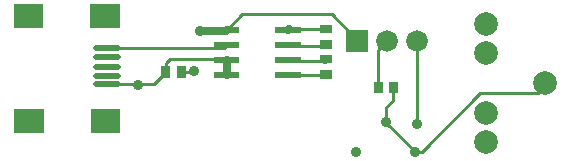
<source format=gbr>
G04 start of page 2 for group 0 idx 0 *
G04 Title: tdcs v3, component *
G04 Creator: pcb 1.99z *
G04 CreationDate: Wed Aug  8 03:22:40 2012 UTC *
G04 For: nock *
G04 Format: Gerber/RS-274X *
G04 PCB-Dimensions (mil): 2000.00 750.00 *
G04 PCB-Coordinate-Origin: lower left *
%MOIN*%
%FSLAX25Y25*%
%LNTOP*%
%ADD25C,0.0492*%
%ADD24C,0.0472*%
%ADD23C,0.0220*%
%ADD22C,0.0420*%
%ADD21C,0.0200*%
%ADD20C,0.0197*%
%ADD19R,0.0200X0.0200*%
%ADD18R,0.0787X0.0787*%
%ADD17R,0.0295X0.0295*%
%ADD16C,0.0787*%
%ADD15C,0.0360*%
%ADD14C,0.0720*%
%ADD13C,0.0001*%
%ADD12C,0.0250*%
%ADD11C,0.0100*%
G54D11*X119030Y58360D02*X110530Y66860D01*
X80780D01*
G54D12*X96280Y61860D02*X96030Y61610D01*
G54D11*X96280Y51360D02*X96030Y51610D01*
X96339Y56301D02*X96030Y56610D01*
G54D12*X108398D02*X108530Y56742D01*
X108280Y51610D02*X108530Y51860D01*
X108398Y46610D02*X108530Y46742D01*
G54D11*X96030Y46610D02*X108398D01*
X108030Y51360D02*X96280D01*
X108089Y56301D02*X96339D01*
X108530Y61860D02*X96280D01*
G54D12*X75530Y46610D02*Y51610D01*
X75280Y61360D02*X75530Y61610D01*
G54D11*X75380Y51760D02*X75530Y51610D01*
X74579Y55659D02*X75530Y56610D01*
G54D12*X66530Y61360D02*X75280D01*
G54D11*X80780Y66860D02*X75155Y61235D01*
X119030Y57860D02*Y58360D01*
X126030Y54860D02*X129030Y57860D01*
X126030Y42360D02*Y54860D01*
X139030Y30360D02*Y57860D01*
X131130Y42342D02*X131148Y42360D01*
X128601Y30631D02*Y35531D01*
X131130Y38060D01*
Y42342D01*
X128533Y30699D02*X128690D01*
X138530Y20860D01*
X140530D01*
X160130Y40460D01*
X179473D01*
G54D12*X45936Y43454D02*X46030Y43360D01*
G54D11*X45936Y43454D02*X46180Y43210D01*
X35597Y55659D02*X74579D01*
X75530Y51760D02*X56730D01*
X55430Y50460D01*
X35597Y43454D02*X45936D01*
X45980Y43410D02*X51521D01*
X55430Y47719D02*X55271Y47560D01*
Y47401D01*
X51280Y43410D01*
X55430Y50460D02*Y47719D01*
X60389Y47560D02*X64230D01*
X64530Y47860D01*
G54D13*G36*
X115430Y61460D02*Y54260D01*
X122630D01*
Y61460D01*
X115430D01*
G37*
G54D14*X129030Y57860D03*
X139030D03*
G54D15*X118718Y20956D03*
X138403D03*
X128560Y30799D03*
G54D16*X181787Y43875D03*
X162102Y63560D03*
Y53717D03*
Y24190D03*
Y34032D03*
G54D17*X60389Y48052D02*Y47068D01*
X55271Y48052D02*Y47068D01*
G54D18*X34022Y66289D02*X35991D01*
G54D17*X126030Y42852D02*Y41868D01*
X131148Y42852D02*Y41868D01*
X108038Y51860D02*X109022D01*
X108038Y46742D02*X109022D01*
G54D19*X92780Y46610D02*X99280D01*
X92780Y51610D02*X99280D01*
G54D17*X108038Y61860D02*X109022D01*
X108038Y56742D02*X109022D01*
G54D19*X92780Y56610D02*X99280D01*
X92780Y61610D02*X99280D01*
X72280D02*X78780D01*
X72280Y56610D02*X78780D01*
X72280Y51610D02*X78780D01*
X72280Y46610D02*X78780D01*
G54D20*X32054Y55659D02*X39140D01*
X32054Y52510D02*X39140D01*
X32054Y49360D02*X39140D01*
X32054Y46210D02*X39140D01*
X32054Y43454D02*X39140D01*
G54D18*X8432Y66289D02*X10400D01*
X8628Y31250D02*X10597D01*
X34219D02*X36187D01*
G54D15*X139030Y30360D03*
X46030Y43360D03*
X66530Y61360D03*
X64530Y47860D03*
G54D21*G54D22*G54D21*G54D23*G54D24*G54D25*G54D24*G54D25*G54D24*G54D25*M02*

</source>
